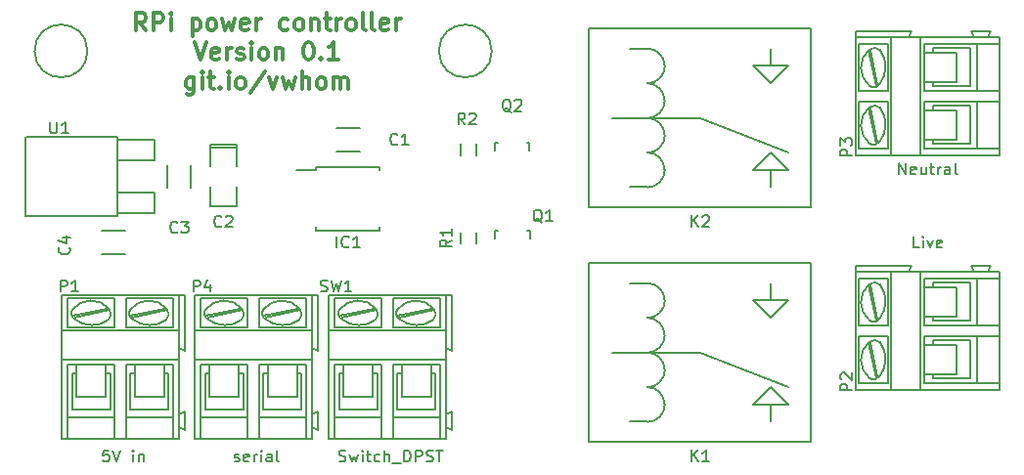
<source format=gto>
G04 #@! TF.FileFunction,Legend,Top*
%FSLAX46Y46*%
G04 Gerber Fmt 4.6, Leading zero omitted, Abs format (unit mm)*
G04 Created by KiCad (PCBNEW 4.0.2+dfsg1-stable) date Sun 08 May 2016 11:46:39 AM CEST*
%MOMM*%
G01*
G04 APERTURE LIST*
%ADD10C,0.100000*%
%ADD11C,0.300000*%
%ADD12C,0.150000*%
G04 APERTURE END LIST*
D10*
D11*
X57142856Y-42858571D02*
X57142856Y-44072857D01*
X57071427Y-44215714D01*
X56999999Y-44287143D01*
X56857142Y-44358571D01*
X56642856Y-44358571D01*
X56499999Y-44287143D01*
X57142856Y-43787143D02*
X56999999Y-43858571D01*
X56714285Y-43858571D01*
X56571427Y-43787143D01*
X56499999Y-43715714D01*
X56428570Y-43572857D01*
X56428570Y-43144286D01*
X56499999Y-43001429D01*
X56571427Y-42930000D01*
X56714285Y-42858571D01*
X56999999Y-42858571D01*
X57142856Y-42930000D01*
X57857142Y-43858571D02*
X57857142Y-42858571D01*
X57857142Y-42358571D02*
X57785713Y-42430000D01*
X57857142Y-42501429D01*
X57928570Y-42430000D01*
X57857142Y-42358571D01*
X57857142Y-42501429D01*
X58357142Y-42858571D02*
X58928571Y-42858571D01*
X58571428Y-42358571D02*
X58571428Y-43644286D01*
X58642856Y-43787143D01*
X58785714Y-43858571D01*
X58928571Y-43858571D01*
X59428571Y-43715714D02*
X59499999Y-43787143D01*
X59428571Y-43858571D01*
X59357142Y-43787143D01*
X59428571Y-43715714D01*
X59428571Y-43858571D01*
X60142857Y-43858571D02*
X60142857Y-42858571D01*
X60142857Y-42358571D02*
X60071428Y-42430000D01*
X60142857Y-42501429D01*
X60214285Y-42430000D01*
X60142857Y-42358571D01*
X60142857Y-42501429D01*
X61071429Y-43858571D02*
X60928571Y-43787143D01*
X60857143Y-43715714D01*
X60785714Y-43572857D01*
X60785714Y-43144286D01*
X60857143Y-43001429D01*
X60928571Y-42930000D01*
X61071429Y-42858571D01*
X61285714Y-42858571D01*
X61428571Y-42930000D01*
X61500000Y-43001429D01*
X61571429Y-43144286D01*
X61571429Y-43572857D01*
X61500000Y-43715714D01*
X61428571Y-43787143D01*
X61285714Y-43858571D01*
X61071429Y-43858571D01*
X63285714Y-42287143D02*
X62000000Y-44215714D01*
X63642858Y-42858571D02*
X64000001Y-43858571D01*
X64357143Y-42858571D01*
X64785715Y-42858571D02*
X65071429Y-43858571D01*
X65357143Y-43144286D01*
X65642858Y-43858571D01*
X65928572Y-42858571D01*
X66500001Y-43858571D02*
X66500001Y-42358571D01*
X67142858Y-43858571D02*
X67142858Y-43072857D01*
X67071429Y-42930000D01*
X66928572Y-42858571D01*
X66714287Y-42858571D01*
X66571429Y-42930000D01*
X66500001Y-43001429D01*
X68071430Y-43858571D02*
X67928572Y-43787143D01*
X67857144Y-43715714D01*
X67785715Y-43572857D01*
X67785715Y-43144286D01*
X67857144Y-43001429D01*
X67928572Y-42930000D01*
X68071430Y-42858571D01*
X68285715Y-42858571D01*
X68428572Y-42930000D01*
X68500001Y-43001429D01*
X68571430Y-43144286D01*
X68571430Y-43572857D01*
X68500001Y-43715714D01*
X68428572Y-43787143D01*
X68285715Y-43858571D01*
X68071430Y-43858571D01*
X69214287Y-43858571D02*
X69214287Y-42858571D01*
X69214287Y-43001429D02*
X69285715Y-42930000D01*
X69428573Y-42858571D01*
X69642858Y-42858571D01*
X69785715Y-42930000D01*
X69857144Y-43072857D01*
X69857144Y-43858571D01*
X69857144Y-43072857D02*
X69928573Y-42930000D01*
X70071430Y-42858571D01*
X70285715Y-42858571D01*
X70428573Y-42930000D01*
X70500001Y-43072857D01*
X70500001Y-43858571D01*
X57214286Y-39818571D02*
X57714286Y-41318571D01*
X58214286Y-39818571D01*
X59285714Y-41247143D02*
X59142857Y-41318571D01*
X58857143Y-41318571D01*
X58714286Y-41247143D01*
X58642857Y-41104286D01*
X58642857Y-40532857D01*
X58714286Y-40390000D01*
X58857143Y-40318571D01*
X59142857Y-40318571D01*
X59285714Y-40390000D01*
X59357143Y-40532857D01*
X59357143Y-40675714D01*
X58642857Y-40818571D01*
X60000000Y-41318571D02*
X60000000Y-40318571D01*
X60000000Y-40604286D02*
X60071428Y-40461429D01*
X60142857Y-40390000D01*
X60285714Y-40318571D01*
X60428571Y-40318571D01*
X60857142Y-41247143D02*
X60999999Y-41318571D01*
X61285714Y-41318571D01*
X61428571Y-41247143D01*
X61499999Y-41104286D01*
X61499999Y-41032857D01*
X61428571Y-40890000D01*
X61285714Y-40818571D01*
X61071428Y-40818571D01*
X60928571Y-40747143D01*
X60857142Y-40604286D01*
X60857142Y-40532857D01*
X60928571Y-40390000D01*
X61071428Y-40318571D01*
X61285714Y-40318571D01*
X61428571Y-40390000D01*
X62142857Y-41318571D02*
X62142857Y-40318571D01*
X62142857Y-39818571D02*
X62071428Y-39890000D01*
X62142857Y-39961429D01*
X62214285Y-39890000D01*
X62142857Y-39818571D01*
X62142857Y-39961429D01*
X63071429Y-41318571D02*
X62928571Y-41247143D01*
X62857143Y-41175714D01*
X62785714Y-41032857D01*
X62785714Y-40604286D01*
X62857143Y-40461429D01*
X62928571Y-40390000D01*
X63071429Y-40318571D01*
X63285714Y-40318571D01*
X63428571Y-40390000D01*
X63500000Y-40461429D01*
X63571429Y-40604286D01*
X63571429Y-41032857D01*
X63500000Y-41175714D01*
X63428571Y-41247143D01*
X63285714Y-41318571D01*
X63071429Y-41318571D01*
X64214286Y-40318571D02*
X64214286Y-41318571D01*
X64214286Y-40461429D02*
X64285714Y-40390000D01*
X64428572Y-40318571D01*
X64642857Y-40318571D01*
X64785714Y-40390000D01*
X64857143Y-40532857D01*
X64857143Y-41318571D01*
X67000000Y-39818571D02*
X67142857Y-39818571D01*
X67285714Y-39890000D01*
X67357143Y-39961429D01*
X67428572Y-40104286D01*
X67500000Y-40390000D01*
X67500000Y-40747143D01*
X67428572Y-41032857D01*
X67357143Y-41175714D01*
X67285714Y-41247143D01*
X67142857Y-41318571D01*
X67000000Y-41318571D01*
X66857143Y-41247143D01*
X66785714Y-41175714D01*
X66714286Y-41032857D01*
X66642857Y-40747143D01*
X66642857Y-40390000D01*
X66714286Y-40104286D01*
X66785714Y-39961429D01*
X66857143Y-39890000D01*
X67000000Y-39818571D01*
X68142857Y-41175714D02*
X68214285Y-41247143D01*
X68142857Y-41318571D01*
X68071428Y-41247143D01*
X68142857Y-41175714D01*
X68142857Y-41318571D01*
X69642857Y-41318571D02*
X68785714Y-41318571D01*
X69214286Y-41318571D02*
X69214286Y-39818571D01*
X69071429Y-40032857D01*
X68928571Y-40175714D01*
X68785714Y-40247143D01*
X53000001Y-38778571D02*
X52500001Y-38064286D01*
X52142858Y-38778571D02*
X52142858Y-37278571D01*
X52714286Y-37278571D01*
X52857144Y-37350000D01*
X52928572Y-37421429D01*
X53000001Y-37564286D01*
X53000001Y-37778571D01*
X52928572Y-37921429D01*
X52857144Y-37992857D01*
X52714286Y-38064286D01*
X52142858Y-38064286D01*
X53642858Y-38778571D02*
X53642858Y-37278571D01*
X54214286Y-37278571D01*
X54357144Y-37350000D01*
X54428572Y-37421429D01*
X54500001Y-37564286D01*
X54500001Y-37778571D01*
X54428572Y-37921429D01*
X54357144Y-37992857D01*
X54214286Y-38064286D01*
X53642858Y-38064286D01*
X55142858Y-38778571D02*
X55142858Y-37778571D01*
X55142858Y-37278571D02*
X55071429Y-37350000D01*
X55142858Y-37421429D01*
X55214286Y-37350000D01*
X55142858Y-37278571D01*
X55142858Y-37421429D01*
X57000001Y-37778571D02*
X57000001Y-39278571D01*
X57000001Y-37850000D02*
X57142858Y-37778571D01*
X57428572Y-37778571D01*
X57571429Y-37850000D01*
X57642858Y-37921429D01*
X57714287Y-38064286D01*
X57714287Y-38492857D01*
X57642858Y-38635714D01*
X57571429Y-38707143D01*
X57428572Y-38778571D01*
X57142858Y-38778571D01*
X57000001Y-38707143D01*
X58571430Y-38778571D02*
X58428572Y-38707143D01*
X58357144Y-38635714D01*
X58285715Y-38492857D01*
X58285715Y-38064286D01*
X58357144Y-37921429D01*
X58428572Y-37850000D01*
X58571430Y-37778571D01*
X58785715Y-37778571D01*
X58928572Y-37850000D01*
X59000001Y-37921429D01*
X59071430Y-38064286D01*
X59071430Y-38492857D01*
X59000001Y-38635714D01*
X58928572Y-38707143D01*
X58785715Y-38778571D01*
X58571430Y-38778571D01*
X59571430Y-37778571D02*
X59857144Y-38778571D01*
X60142858Y-38064286D01*
X60428573Y-38778571D01*
X60714287Y-37778571D01*
X61857144Y-38707143D02*
X61714287Y-38778571D01*
X61428573Y-38778571D01*
X61285716Y-38707143D01*
X61214287Y-38564286D01*
X61214287Y-37992857D01*
X61285716Y-37850000D01*
X61428573Y-37778571D01*
X61714287Y-37778571D01*
X61857144Y-37850000D01*
X61928573Y-37992857D01*
X61928573Y-38135714D01*
X61214287Y-38278571D01*
X62571430Y-38778571D02*
X62571430Y-37778571D01*
X62571430Y-38064286D02*
X62642858Y-37921429D01*
X62714287Y-37850000D01*
X62857144Y-37778571D01*
X63000001Y-37778571D01*
X65285715Y-38707143D02*
X65142858Y-38778571D01*
X64857144Y-38778571D01*
X64714286Y-38707143D01*
X64642858Y-38635714D01*
X64571429Y-38492857D01*
X64571429Y-38064286D01*
X64642858Y-37921429D01*
X64714286Y-37850000D01*
X64857144Y-37778571D01*
X65142858Y-37778571D01*
X65285715Y-37850000D01*
X66142858Y-38778571D02*
X66000000Y-38707143D01*
X65928572Y-38635714D01*
X65857143Y-38492857D01*
X65857143Y-38064286D01*
X65928572Y-37921429D01*
X66000000Y-37850000D01*
X66142858Y-37778571D01*
X66357143Y-37778571D01*
X66500000Y-37850000D01*
X66571429Y-37921429D01*
X66642858Y-38064286D01*
X66642858Y-38492857D01*
X66571429Y-38635714D01*
X66500000Y-38707143D01*
X66357143Y-38778571D01*
X66142858Y-38778571D01*
X67285715Y-37778571D02*
X67285715Y-38778571D01*
X67285715Y-37921429D02*
X67357143Y-37850000D01*
X67500001Y-37778571D01*
X67714286Y-37778571D01*
X67857143Y-37850000D01*
X67928572Y-37992857D01*
X67928572Y-38778571D01*
X68428572Y-37778571D02*
X69000001Y-37778571D01*
X68642858Y-37278571D02*
X68642858Y-38564286D01*
X68714286Y-38707143D01*
X68857144Y-38778571D01*
X69000001Y-38778571D01*
X69500001Y-38778571D02*
X69500001Y-37778571D01*
X69500001Y-38064286D02*
X69571429Y-37921429D01*
X69642858Y-37850000D01*
X69785715Y-37778571D01*
X69928572Y-37778571D01*
X70642858Y-38778571D02*
X70500000Y-38707143D01*
X70428572Y-38635714D01*
X70357143Y-38492857D01*
X70357143Y-38064286D01*
X70428572Y-37921429D01*
X70500000Y-37850000D01*
X70642858Y-37778571D01*
X70857143Y-37778571D01*
X71000000Y-37850000D01*
X71071429Y-37921429D01*
X71142858Y-38064286D01*
X71142858Y-38492857D01*
X71071429Y-38635714D01*
X71000000Y-38707143D01*
X70857143Y-38778571D01*
X70642858Y-38778571D01*
X72000001Y-38778571D02*
X71857143Y-38707143D01*
X71785715Y-38564286D01*
X71785715Y-37278571D01*
X72785715Y-38778571D02*
X72642857Y-38707143D01*
X72571429Y-38564286D01*
X72571429Y-37278571D01*
X73928571Y-38707143D02*
X73785714Y-38778571D01*
X73500000Y-38778571D01*
X73357143Y-38707143D01*
X73285714Y-38564286D01*
X73285714Y-37992857D01*
X73357143Y-37850000D01*
X73500000Y-37778571D01*
X73785714Y-37778571D01*
X73928571Y-37850000D01*
X74000000Y-37992857D01*
X74000000Y-38135714D01*
X73285714Y-38278571D01*
X74642857Y-38778571D02*
X74642857Y-37778571D01*
X74642857Y-38064286D02*
X74714285Y-37921429D01*
X74785714Y-37850000D01*
X74928571Y-37778571D01*
X75071428Y-37778571D01*
D12*
X82926000Y-40560000D02*
G75*
G03X82926000Y-40560000I-2286000J0D01*
G01*
X108590000Y-49355000D02*
X100965000Y-46355000D01*
X100965000Y-46355000D02*
X93340000Y-46355000D01*
X107065000Y-40355000D02*
X107065000Y-41855000D01*
X107065000Y-41855000D02*
X108590000Y-41855000D01*
X108590000Y-41855000D02*
X107065000Y-43355000D01*
X107065000Y-43355000D02*
X105540000Y-41855000D01*
X105540000Y-41855000D02*
X107065000Y-41855000D01*
X107065000Y-52355000D02*
X107065000Y-50855000D01*
X107065000Y-50855000D02*
X108590000Y-50855000D01*
X108590000Y-50855000D02*
X107065000Y-49355000D01*
X107065000Y-49355000D02*
X105540000Y-50855000D01*
X105540000Y-50855000D02*
X107065000Y-50855000D01*
X96390000Y-52380000D02*
G75*
G03X97915000Y-50855000I0J1525000D01*
G01*
X97890000Y-50855000D02*
G75*
G03X96390000Y-49355000I-1500000J0D01*
G01*
X96390000Y-49380000D02*
G75*
G03X97915000Y-47855000I0J1525000D01*
G01*
X97890000Y-47855000D02*
G75*
G03X96390000Y-46355000I-1500000J0D01*
G01*
X96390000Y-46380000D02*
G75*
G03X97915000Y-44855000I0J1525000D01*
G01*
X97890000Y-44855000D02*
G75*
G03X96390000Y-43355000I-1500000J0D01*
G01*
X96390000Y-43380000D02*
G75*
G03X97915000Y-41855000I0J1525000D01*
G01*
X97890000Y-41855000D02*
G75*
G03X96390000Y-40355000I-1500000J0D01*
G01*
X94865000Y-40355000D02*
X96390000Y-40355000D01*
X94865000Y-52355000D02*
X96390000Y-52355000D01*
X110565000Y-54105000D02*
X91365000Y-54105000D01*
X91365000Y-54105000D02*
X91365000Y-38605000D01*
X91365000Y-38605000D02*
X110565000Y-38605000D01*
X110565000Y-38605000D02*
X110565000Y-54105000D01*
X108590000Y-69675000D02*
X100965000Y-66675000D01*
X100965000Y-66675000D02*
X93340000Y-66675000D01*
X107065000Y-60675000D02*
X107065000Y-62175000D01*
X107065000Y-62175000D02*
X108590000Y-62175000D01*
X108590000Y-62175000D02*
X107065000Y-63675000D01*
X107065000Y-63675000D02*
X105540000Y-62175000D01*
X105540000Y-62175000D02*
X107065000Y-62175000D01*
X107065000Y-72675000D02*
X107065000Y-71175000D01*
X107065000Y-71175000D02*
X108590000Y-71175000D01*
X108590000Y-71175000D02*
X107065000Y-69675000D01*
X107065000Y-69675000D02*
X105540000Y-71175000D01*
X105540000Y-71175000D02*
X107065000Y-71175000D01*
X96390000Y-72700000D02*
G75*
G03X97915000Y-71175000I0J1525000D01*
G01*
X97890000Y-71175000D02*
G75*
G03X96390000Y-69675000I-1500000J0D01*
G01*
X96390000Y-69700000D02*
G75*
G03X97915000Y-68175000I0J1525000D01*
G01*
X97890000Y-68175000D02*
G75*
G03X96390000Y-66675000I-1500000J0D01*
G01*
X96390000Y-66700000D02*
G75*
G03X97915000Y-65175000I0J1525000D01*
G01*
X97890000Y-65175000D02*
G75*
G03X96390000Y-63675000I-1500000J0D01*
G01*
X96390000Y-63700000D02*
G75*
G03X97915000Y-62175000I0J1525000D01*
G01*
X97890000Y-62175000D02*
G75*
G03X96390000Y-60675000I-1500000J0D01*
G01*
X94865000Y-60675000D02*
X96390000Y-60675000D01*
X94865000Y-72675000D02*
X96390000Y-72675000D01*
X110565000Y-74425000D02*
X91365000Y-74425000D01*
X91365000Y-74425000D02*
X91365000Y-58925000D01*
X91365000Y-58925000D02*
X110565000Y-58925000D01*
X110565000Y-58925000D02*
X110565000Y-74425000D01*
X69485000Y-49285000D02*
X71485000Y-49285000D01*
X71485000Y-47235000D02*
X69485000Y-47235000D01*
X60833000Y-48895000D02*
X60833000Y-48641000D01*
X60833000Y-48641000D02*
X58547000Y-48641000D01*
X58547000Y-48641000D02*
X58547000Y-48895000D01*
X60833000Y-48895000D02*
X58547000Y-48895000D01*
X58547000Y-48895000D02*
X58547000Y-50546000D01*
X60833000Y-52324000D02*
X60833000Y-53975000D01*
X60833000Y-53975000D02*
X58547000Y-53975000D01*
X58547000Y-53975000D02*
X58547000Y-52324000D01*
X60833000Y-50546000D02*
X60833000Y-48895000D01*
X56905000Y-52435000D02*
X56905000Y-50435000D01*
X54855000Y-50435000D02*
X54855000Y-52435000D01*
X51165000Y-56125000D02*
X49165000Y-56125000D01*
X49165000Y-58175000D02*
X51165000Y-58175000D01*
X67735000Y-50585000D02*
X67735000Y-50885000D01*
X73235000Y-50585000D02*
X73235000Y-50885000D01*
X73235000Y-56095000D02*
X73235000Y-55795000D01*
X67735000Y-56095000D02*
X67735000Y-55795000D01*
X67735000Y-50585000D02*
X73235000Y-50585000D01*
X67735000Y-56095000D02*
X73235000Y-56095000D01*
X67735000Y-50885000D02*
X65985000Y-50885000D01*
X47000400Y-70485000D02*
X49540400Y-70485000D01*
X49540400Y-70485000D02*
X49540400Y-67691000D01*
X47000400Y-67691000D02*
X49540400Y-67691000D01*
X47000400Y-70485000D02*
X47000400Y-67691000D01*
X52004200Y-70485000D02*
X54544200Y-70485000D01*
X54544200Y-70485000D02*
X54544200Y-67691000D01*
X52004200Y-67691000D02*
X54544200Y-67691000D01*
X52004200Y-70485000D02*
X52004200Y-67691000D01*
X55865000Y-61722000D02*
X55865000Y-64770000D01*
X55865000Y-61722000D02*
X45680000Y-61722000D01*
X55865000Y-61722000D02*
X56373000Y-61722000D01*
X56373000Y-61722000D02*
X56373000Y-66548000D01*
X56373000Y-66548000D02*
X55865000Y-66294000D01*
X56373000Y-73406000D02*
X55865000Y-73152000D01*
X55865000Y-73152000D02*
X55865000Y-74168000D01*
X56373000Y-71755000D02*
X55865000Y-72009000D01*
X55865000Y-72009000D02*
X55865000Y-73152000D01*
X56373000Y-71755000D02*
X56373000Y-73406000D01*
X51242200Y-74168000D02*
X51242200Y-72263000D01*
X55306200Y-67691000D02*
X55306200Y-72263000D01*
X51242200Y-74168000D02*
X55306200Y-74168000D01*
X55306200Y-74168000D02*
X55865000Y-74168000D01*
X50302400Y-74168000D02*
X50302400Y-72263000D01*
X50302400Y-74168000D02*
X51242200Y-74168000D01*
X46238400Y-67691000D02*
X46238400Y-72263000D01*
X45680000Y-74168000D02*
X46238400Y-74168000D01*
X46238400Y-74168000D02*
X50302400Y-74168000D01*
X51242200Y-72263000D02*
X55306200Y-72263000D01*
X51242200Y-72263000D02*
X51242200Y-67691000D01*
X55306200Y-72263000D02*
X55306200Y-74168000D01*
X50302400Y-72263000D02*
X46238400Y-72263000D01*
X50302400Y-72263000D02*
X50302400Y-67691000D01*
X46238400Y-72263000D02*
X46238400Y-74168000D01*
X54925200Y-71628000D02*
X54925200Y-68453000D01*
X54925200Y-71628000D02*
X51623200Y-71628000D01*
X51623200Y-71628000D02*
X51623200Y-68453000D01*
X49921400Y-71628000D02*
X49921400Y-68453000D01*
X49921400Y-71628000D02*
X46619400Y-71628000D01*
X46619400Y-71628000D02*
X46619400Y-68453000D01*
X46619400Y-68453000D02*
X47000400Y-68453000D01*
X49921400Y-68453000D02*
X49540400Y-68453000D01*
X51623200Y-68453000D02*
X52004200Y-68453000D01*
X54925200Y-68453000D02*
X54544200Y-68453000D01*
X45680000Y-74168000D02*
X45680000Y-67310000D01*
X45680000Y-67310000D02*
X45680000Y-64770000D01*
X55865000Y-66294000D02*
X55865000Y-67310000D01*
X55865000Y-67310000D02*
X55865000Y-72009000D01*
X45680000Y-64770000D02*
X55865000Y-64770000D01*
X45680000Y-64770000D02*
X45680000Y-61722000D01*
X55865000Y-64770000D02*
X55865000Y-66294000D01*
X51242200Y-64516000D02*
X51242200Y-61976000D01*
X51242200Y-61976000D02*
X55306200Y-61976000D01*
X55306200Y-61976000D02*
X55306200Y-64516000D01*
X55306200Y-64516000D02*
X51242200Y-64516000D01*
X50302400Y-64516000D02*
X50302400Y-61976000D01*
X50302400Y-64516000D02*
X46238400Y-64516000D01*
X46238400Y-64516000D02*
X46238400Y-61976000D01*
X50302400Y-61976000D02*
X46238400Y-61976000D01*
X51648600Y-63500000D02*
X54696600Y-62865000D01*
X51775600Y-63627000D02*
X54823600Y-62992000D01*
X46644800Y-63500000D02*
X49695340Y-62865000D01*
X46771800Y-63627000D02*
X49819800Y-62992000D01*
X46238400Y-67691000D02*
X46619400Y-67691000D01*
X50302400Y-67691000D02*
X49921400Y-67691000D01*
X49921400Y-67691000D02*
X46619400Y-67691000D01*
X45680000Y-67310000D02*
X46619400Y-67310000D01*
X46619400Y-67310000D02*
X49921400Y-67310000D01*
X49921400Y-67310000D02*
X51623200Y-67310000D01*
X55865000Y-67310000D02*
X54925200Y-67310000D01*
X54925200Y-67310000D02*
X51623200Y-67310000D01*
X55306200Y-67691000D02*
X54925200Y-67691000D01*
X51242200Y-67691000D02*
X51623200Y-67691000D01*
X51623200Y-67691000D02*
X54925200Y-67691000D01*
X54742972Y-63859570D02*
G75*
G03X54795660Y-62892940I-452772J509430D01*
G01*
X51800272Y-63779896D02*
G75*
G03X54788040Y-63827660I1524728J1905496D01*
G01*
X54799411Y-62888156D02*
G75*
G03X51648600Y-62941200I-1553151J-1348444D01*
G01*
X51699903Y-62891519D02*
G75*
G03X51841640Y-63817500I431297J-407821D01*
G01*
X49739149Y-63862110D02*
G75*
G03X49794400Y-62892940I-452749J511970D01*
G01*
X46799012Y-63779896D02*
G75*
G03X49786780Y-63827660I1524728J1905496D01*
G01*
X49801573Y-62883153D02*
G75*
G03X46644800Y-62941200I-1554033J-1353447D01*
G01*
X46695480Y-62893981D02*
G75*
G03X46840380Y-63817500I431920J-405359D01*
G01*
X123190000Y-68569600D02*
X123190000Y-66029600D01*
X123190000Y-66029600D02*
X120396000Y-66029600D01*
X120396000Y-68569600D02*
X120396000Y-66029600D01*
X123190000Y-68569600D02*
X120396000Y-68569600D01*
X123190000Y-63565800D02*
X123190000Y-61025800D01*
X123190000Y-61025800D02*
X120396000Y-61025800D01*
X120396000Y-63565800D02*
X120396000Y-61025800D01*
X123190000Y-63565800D02*
X120396000Y-63565800D01*
X114427000Y-59705000D02*
X117475000Y-59705000D01*
X114427000Y-59705000D02*
X114427000Y-69890000D01*
X114427000Y-59705000D02*
X114427000Y-59197000D01*
X114427000Y-59197000D02*
X119253000Y-59197000D01*
X119253000Y-59197000D02*
X118999000Y-59705000D01*
X126111000Y-59197000D02*
X125857000Y-59705000D01*
X125857000Y-59705000D02*
X126873000Y-59705000D01*
X124460000Y-59197000D02*
X124714000Y-59705000D01*
X124714000Y-59705000D02*
X125857000Y-59705000D01*
X124460000Y-59197000D02*
X126111000Y-59197000D01*
X126873000Y-64327800D02*
X124968000Y-64327800D01*
X120396000Y-60263800D02*
X124968000Y-60263800D01*
X126873000Y-64327800D02*
X126873000Y-60263800D01*
X126873000Y-60263800D02*
X126873000Y-59705000D01*
X126873000Y-65267600D02*
X124968000Y-65267600D01*
X126873000Y-65267600D02*
X126873000Y-64327800D01*
X120396000Y-69331600D02*
X124968000Y-69331600D01*
X126873000Y-69890000D02*
X126873000Y-69331600D01*
X126873000Y-69331600D02*
X126873000Y-65267600D01*
X124968000Y-64327800D02*
X124968000Y-60263800D01*
X124968000Y-64327800D02*
X120396000Y-64327800D01*
X124968000Y-60263800D02*
X126873000Y-60263800D01*
X124968000Y-65267600D02*
X124968000Y-69331600D01*
X124968000Y-65267600D02*
X120396000Y-65267600D01*
X124968000Y-69331600D02*
X126873000Y-69331600D01*
X124333000Y-60644800D02*
X121158000Y-60644800D01*
X124333000Y-60644800D02*
X124333000Y-63946800D01*
X124333000Y-63946800D02*
X121158000Y-63946800D01*
X124333000Y-65648600D02*
X121158000Y-65648600D01*
X124333000Y-65648600D02*
X124333000Y-68950600D01*
X124333000Y-68950600D02*
X121158000Y-68950600D01*
X121158000Y-68950600D02*
X121158000Y-68569600D01*
X121158000Y-65648600D02*
X121158000Y-66029600D01*
X121158000Y-63946800D02*
X121158000Y-63565800D01*
X121158000Y-60644800D02*
X121158000Y-61025800D01*
X126873000Y-69890000D02*
X120015000Y-69890000D01*
X120015000Y-69890000D02*
X117475000Y-69890000D01*
X118999000Y-59705000D02*
X120015000Y-59705000D01*
X120015000Y-59705000D02*
X124714000Y-59705000D01*
X117475000Y-69890000D02*
X117475000Y-59705000D01*
X117475000Y-69890000D02*
X114427000Y-69890000D01*
X117475000Y-59705000D02*
X118999000Y-59705000D01*
X117221000Y-64327800D02*
X114681000Y-64327800D01*
X114681000Y-64327800D02*
X114681000Y-60263800D01*
X114681000Y-60263800D02*
X117221000Y-60263800D01*
X117221000Y-60263800D02*
X117221000Y-64327800D01*
X117221000Y-65267600D02*
X114681000Y-65267600D01*
X117221000Y-65267600D02*
X117221000Y-69331600D01*
X117221000Y-69331600D02*
X114681000Y-69331600D01*
X114681000Y-65267600D02*
X114681000Y-69331600D01*
X116205000Y-63921400D02*
X115570000Y-60873400D01*
X116332000Y-63794400D02*
X115697000Y-60746400D01*
X116205000Y-68925200D02*
X115570000Y-65874660D01*
X116332000Y-68798200D02*
X115697000Y-65750200D01*
X120396000Y-69331600D02*
X120396000Y-68950600D01*
X120396000Y-65267600D02*
X120396000Y-65648600D01*
X120396000Y-65648600D02*
X120396000Y-68950600D01*
X120015000Y-69890000D02*
X120015000Y-68950600D01*
X120015000Y-68950600D02*
X120015000Y-65648600D01*
X120015000Y-65648600D02*
X120015000Y-63946800D01*
X120015000Y-59705000D02*
X120015000Y-60644800D01*
X120015000Y-60644800D02*
X120015000Y-63946800D01*
X120396000Y-60263800D02*
X120396000Y-60644800D01*
X120396000Y-64327800D02*
X120396000Y-63946800D01*
X120396000Y-63946800D02*
X120396000Y-60644800D01*
X116564570Y-60827028D02*
G75*
G03X115597940Y-60774340I-509430J-452772D01*
G01*
X116484896Y-63769728D02*
G75*
G03X116532660Y-60781960I-1905496J1524728D01*
G01*
X115593156Y-60770589D02*
G75*
G03X115646200Y-63921400I1348444J-1553151D01*
G01*
X115596519Y-63870097D02*
G75*
G03X116522500Y-63728360I407821J431297D01*
G01*
X116567110Y-65830851D02*
G75*
G03X115597940Y-65775600I-511970J-452749D01*
G01*
X116484896Y-68770988D02*
G75*
G03X116532660Y-65783220I-1905496J1524728D01*
G01*
X115588153Y-65768427D02*
G75*
G03X115646200Y-68925200I1353447J-1554033D01*
G01*
X115598981Y-68874520D02*
G75*
G03X116522500Y-68729620I405359J431920D01*
G01*
X123190000Y-48249600D02*
X123190000Y-45709600D01*
X123190000Y-45709600D02*
X120396000Y-45709600D01*
X120396000Y-48249600D02*
X120396000Y-45709600D01*
X123190000Y-48249600D02*
X120396000Y-48249600D01*
X123190000Y-43245800D02*
X123190000Y-40705800D01*
X123190000Y-40705800D02*
X120396000Y-40705800D01*
X120396000Y-43245800D02*
X120396000Y-40705800D01*
X123190000Y-43245800D02*
X120396000Y-43245800D01*
X114427000Y-39385000D02*
X117475000Y-39385000D01*
X114427000Y-39385000D02*
X114427000Y-49570000D01*
X114427000Y-39385000D02*
X114427000Y-38877000D01*
X114427000Y-38877000D02*
X119253000Y-38877000D01*
X119253000Y-38877000D02*
X118999000Y-39385000D01*
X126111000Y-38877000D02*
X125857000Y-39385000D01*
X125857000Y-39385000D02*
X126873000Y-39385000D01*
X124460000Y-38877000D02*
X124714000Y-39385000D01*
X124714000Y-39385000D02*
X125857000Y-39385000D01*
X124460000Y-38877000D02*
X126111000Y-38877000D01*
X126873000Y-44007800D02*
X124968000Y-44007800D01*
X120396000Y-39943800D02*
X124968000Y-39943800D01*
X126873000Y-44007800D02*
X126873000Y-39943800D01*
X126873000Y-39943800D02*
X126873000Y-39385000D01*
X126873000Y-44947600D02*
X124968000Y-44947600D01*
X126873000Y-44947600D02*
X126873000Y-44007800D01*
X120396000Y-49011600D02*
X124968000Y-49011600D01*
X126873000Y-49570000D02*
X126873000Y-49011600D01*
X126873000Y-49011600D02*
X126873000Y-44947600D01*
X124968000Y-44007800D02*
X124968000Y-39943800D01*
X124968000Y-44007800D02*
X120396000Y-44007800D01*
X124968000Y-39943800D02*
X126873000Y-39943800D01*
X124968000Y-44947600D02*
X124968000Y-49011600D01*
X124968000Y-44947600D02*
X120396000Y-44947600D01*
X124968000Y-49011600D02*
X126873000Y-49011600D01*
X124333000Y-40324800D02*
X121158000Y-40324800D01*
X124333000Y-40324800D02*
X124333000Y-43626800D01*
X124333000Y-43626800D02*
X121158000Y-43626800D01*
X124333000Y-45328600D02*
X121158000Y-45328600D01*
X124333000Y-45328600D02*
X124333000Y-48630600D01*
X124333000Y-48630600D02*
X121158000Y-48630600D01*
X121158000Y-48630600D02*
X121158000Y-48249600D01*
X121158000Y-45328600D02*
X121158000Y-45709600D01*
X121158000Y-43626800D02*
X121158000Y-43245800D01*
X121158000Y-40324800D02*
X121158000Y-40705800D01*
X126873000Y-49570000D02*
X120015000Y-49570000D01*
X120015000Y-49570000D02*
X117475000Y-49570000D01*
X118999000Y-39385000D02*
X120015000Y-39385000D01*
X120015000Y-39385000D02*
X124714000Y-39385000D01*
X117475000Y-49570000D02*
X117475000Y-39385000D01*
X117475000Y-49570000D02*
X114427000Y-49570000D01*
X117475000Y-39385000D02*
X118999000Y-39385000D01*
X117221000Y-44007800D02*
X114681000Y-44007800D01*
X114681000Y-44007800D02*
X114681000Y-39943800D01*
X114681000Y-39943800D02*
X117221000Y-39943800D01*
X117221000Y-39943800D02*
X117221000Y-44007800D01*
X117221000Y-44947600D02*
X114681000Y-44947600D01*
X117221000Y-44947600D02*
X117221000Y-49011600D01*
X117221000Y-49011600D02*
X114681000Y-49011600D01*
X114681000Y-44947600D02*
X114681000Y-49011600D01*
X116205000Y-43601400D02*
X115570000Y-40553400D01*
X116332000Y-43474400D02*
X115697000Y-40426400D01*
X116205000Y-48605200D02*
X115570000Y-45554660D01*
X116332000Y-48478200D02*
X115697000Y-45430200D01*
X120396000Y-49011600D02*
X120396000Y-48630600D01*
X120396000Y-44947600D02*
X120396000Y-45328600D01*
X120396000Y-45328600D02*
X120396000Y-48630600D01*
X120015000Y-49570000D02*
X120015000Y-48630600D01*
X120015000Y-48630600D02*
X120015000Y-45328600D01*
X120015000Y-45328600D02*
X120015000Y-43626800D01*
X120015000Y-39385000D02*
X120015000Y-40324800D01*
X120015000Y-40324800D02*
X120015000Y-43626800D01*
X120396000Y-39943800D02*
X120396000Y-40324800D01*
X120396000Y-44007800D02*
X120396000Y-43626800D01*
X120396000Y-43626800D02*
X120396000Y-40324800D01*
X116564570Y-40507028D02*
G75*
G03X115597940Y-40454340I-509430J-452772D01*
G01*
X116484896Y-43449728D02*
G75*
G03X116532660Y-40461960I-1905496J1524728D01*
G01*
X115593156Y-40450589D02*
G75*
G03X115646200Y-43601400I1348444J-1553151D01*
G01*
X115596519Y-43550097D02*
G75*
G03X116522500Y-43408360I407821J431297D01*
G01*
X116567110Y-45510851D02*
G75*
G03X115597940Y-45455600I-511970J-452749D01*
G01*
X116484896Y-48450988D02*
G75*
G03X116532660Y-45463220I-1905496J1524728D01*
G01*
X115588153Y-45448427D02*
G75*
G03X115646200Y-48605200I1353447J-1554033D01*
G01*
X115598981Y-48554520D02*
G75*
G03X116522500Y-48409620I405359J431920D01*
G01*
X58510400Y-70485000D02*
X61050400Y-70485000D01*
X61050400Y-70485000D02*
X61050400Y-67691000D01*
X58510400Y-67691000D02*
X61050400Y-67691000D01*
X58510400Y-70485000D02*
X58510400Y-67691000D01*
X63514200Y-70485000D02*
X66054200Y-70485000D01*
X66054200Y-70485000D02*
X66054200Y-67691000D01*
X63514200Y-67691000D02*
X66054200Y-67691000D01*
X63514200Y-70485000D02*
X63514200Y-67691000D01*
X67375000Y-61722000D02*
X67375000Y-64770000D01*
X67375000Y-61722000D02*
X57190000Y-61722000D01*
X67375000Y-61722000D02*
X67883000Y-61722000D01*
X67883000Y-61722000D02*
X67883000Y-66548000D01*
X67883000Y-66548000D02*
X67375000Y-66294000D01*
X67883000Y-73406000D02*
X67375000Y-73152000D01*
X67375000Y-73152000D02*
X67375000Y-74168000D01*
X67883000Y-71755000D02*
X67375000Y-72009000D01*
X67375000Y-72009000D02*
X67375000Y-73152000D01*
X67883000Y-71755000D02*
X67883000Y-73406000D01*
X62752200Y-74168000D02*
X62752200Y-72263000D01*
X66816200Y-67691000D02*
X66816200Y-72263000D01*
X62752200Y-74168000D02*
X66816200Y-74168000D01*
X66816200Y-74168000D02*
X67375000Y-74168000D01*
X61812400Y-74168000D02*
X61812400Y-72263000D01*
X61812400Y-74168000D02*
X62752200Y-74168000D01*
X57748400Y-67691000D02*
X57748400Y-72263000D01*
X57190000Y-74168000D02*
X57748400Y-74168000D01*
X57748400Y-74168000D02*
X61812400Y-74168000D01*
X62752200Y-72263000D02*
X66816200Y-72263000D01*
X62752200Y-72263000D02*
X62752200Y-67691000D01*
X66816200Y-72263000D02*
X66816200Y-74168000D01*
X61812400Y-72263000D02*
X57748400Y-72263000D01*
X61812400Y-72263000D02*
X61812400Y-67691000D01*
X57748400Y-72263000D02*
X57748400Y-74168000D01*
X66435200Y-71628000D02*
X66435200Y-68453000D01*
X66435200Y-71628000D02*
X63133200Y-71628000D01*
X63133200Y-71628000D02*
X63133200Y-68453000D01*
X61431400Y-71628000D02*
X61431400Y-68453000D01*
X61431400Y-71628000D02*
X58129400Y-71628000D01*
X58129400Y-71628000D02*
X58129400Y-68453000D01*
X58129400Y-68453000D02*
X58510400Y-68453000D01*
X61431400Y-68453000D02*
X61050400Y-68453000D01*
X63133200Y-68453000D02*
X63514200Y-68453000D01*
X66435200Y-68453000D02*
X66054200Y-68453000D01*
X57190000Y-74168000D02*
X57190000Y-67310000D01*
X57190000Y-67310000D02*
X57190000Y-64770000D01*
X67375000Y-66294000D02*
X67375000Y-67310000D01*
X67375000Y-67310000D02*
X67375000Y-72009000D01*
X57190000Y-64770000D02*
X67375000Y-64770000D01*
X57190000Y-64770000D02*
X57190000Y-61722000D01*
X67375000Y-64770000D02*
X67375000Y-66294000D01*
X62752200Y-64516000D02*
X62752200Y-61976000D01*
X62752200Y-61976000D02*
X66816200Y-61976000D01*
X66816200Y-61976000D02*
X66816200Y-64516000D01*
X66816200Y-64516000D02*
X62752200Y-64516000D01*
X61812400Y-64516000D02*
X61812400Y-61976000D01*
X61812400Y-64516000D02*
X57748400Y-64516000D01*
X57748400Y-64516000D02*
X57748400Y-61976000D01*
X61812400Y-61976000D02*
X57748400Y-61976000D01*
X63158600Y-63500000D02*
X66206600Y-62865000D01*
X63285600Y-63627000D02*
X66333600Y-62992000D01*
X58154800Y-63500000D02*
X61205340Y-62865000D01*
X58281800Y-63627000D02*
X61329800Y-62992000D01*
X57748400Y-67691000D02*
X58129400Y-67691000D01*
X61812400Y-67691000D02*
X61431400Y-67691000D01*
X61431400Y-67691000D02*
X58129400Y-67691000D01*
X57190000Y-67310000D02*
X58129400Y-67310000D01*
X58129400Y-67310000D02*
X61431400Y-67310000D01*
X61431400Y-67310000D02*
X63133200Y-67310000D01*
X67375000Y-67310000D02*
X66435200Y-67310000D01*
X66435200Y-67310000D02*
X63133200Y-67310000D01*
X66816200Y-67691000D02*
X66435200Y-67691000D01*
X62752200Y-67691000D02*
X63133200Y-67691000D01*
X63133200Y-67691000D02*
X66435200Y-67691000D01*
X66252972Y-63859570D02*
G75*
G03X66305660Y-62892940I-452772J509430D01*
G01*
X63310272Y-63779896D02*
G75*
G03X66298040Y-63827660I1524728J1905496D01*
G01*
X66309411Y-62888156D02*
G75*
G03X63158600Y-62941200I-1553151J-1348444D01*
G01*
X63209903Y-62891519D02*
G75*
G03X63351640Y-63817500I431297J-407821D01*
G01*
X61249149Y-63862110D02*
G75*
G03X61304400Y-62892940I-452749J511970D01*
G01*
X58309012Y-63779896D02*
G75*
G03X61296780Y-63827660I1524728J1905496D01*
G01*
X61311573Y-62883153D02*
G75*
G03X58154800Y-62941200I-1554033J-1353447D01*
G01*
X58205480Y-62893981D02*
G75*
G03X58350380Y-63817500I431920J-405359D01*
G01*
X83209180Y-56819800D02*
X83209180Y-56118760D01*
X83209180Y-56118760D02*
X83458100Y-56118760D01*
X86008160Y-56118760D02*
X86208820Y-56118760D01*
X86208820Y-56118760D02*
X86208820Y-56819800D01*
X83192796Y-49169578D02*
X83192796Y-48468538D01*
X83192796Y-48468538D02*
X83441716Y-48468538D01*
X85991776Y-48468538D02*
X86192436Y-48468538D01*
X86192436Y-48468538D02*
X86192436Y-49169578D01*
X81574000Y-56269000D02*
X81574000Y-57269000D01*
X80224000Y-57269000D02*
X80224000Y-56269000D01*
X81557616Y-48618778D02*
X81557616Y-49618778D01*
X80207616Y-49618778D02*
X80207616Y-48618778D01*
X50546000Y-50038000D02*
X53721000Y-50038000D01*
X53721000Y-50038000D02*
X53721000Y-48260000D01*
X53721000Y-48260000D02*
X50546000Y-48260000D01*
X50546000Y-54610000D02*
X53721000Y-54610000D01*
X53721000Y-54610000D02*
X53721000Y-52832000D01*
X53721000Y-52832000D02*
X50546000Y-52832000D01*
X44450000Y-48006000D02*
X50546000Y-48006000D01*
X50546000Y-48006000D02*
X50546000Y-54864000D01*
X50546000Y-54864000D02*
X42672000Y-54864000D01*
X42545000Y-54864000D02*
X42545000Y-48006000D01*
X42672000Y-48006000D02*
X44450000Y-48006000D01*
X70114400Y-70485000D02*
X72654400Y-70485000D01*
X72654400Y-70485000D02*
X72654400Y-67691000D01*
X70114400Y-67691000D02*
X72654400Y-67691000D01*
X70114400Y-70485000D02*
X70114400Y-67691000D01*
X75118200Y-70485000D02*
X77658200Y-70485000D01*
X77658200Y-70485000D02*
X77658200Y-67691000D01*
X75118200Y-67691000D02*
X77658200Y-67691000D01*
X75118200Y-70485000D02*
X75118200Y-67691000D01*
X78979000Y-61722000D02*
X78979000Y-64770000D01*
X78979000Y-61722000D02*
X68794000Y-61722000D01*
X78979000Y-61722000D02*
X79487000Y-61722000D01*
X79487000Y-61722000D02*
X79487000Y-66548000D01*
X79487000Y-66548000D02*
X78979000Y-66294000D01*
X79487000Y-73406000D02*
X78979000Y-73152000D01*
X78979000Y-73152000D02*
X78979000Y-74168000D01*
X79487000Y-71755000D02*
X78979000Y-72009000D01*
X78979000Y-72009000D02*
X78979000Y-73152000D01*
X79487000Y-71755000D02*
X79487000Y-73406000D01*
X74356200Y-74168000D02*
X74356200Y-72263000D01*
X78420200Y-67691000D02*
X78420200Y-72263000D01*
X74356200Y-74168000D02*
X78420200Y-74168000D01*
X78420200Y-74168000D02*
X78979000Y-74168000D01*
X73416400Y-74168000D02*
X73416400Y-72263000D01*
X73416400Y-74168000D02*
X74356200Y-74168000D01*
X69352400Y-67691000D02*
X69352400Y-72263000D01*
X68794000Y-74168000D02*
X69352400Y-74168000D01*
X69352400Y-74168000D02*
X73416400Y-74168000D01*
X74356200Y-72263000D02*
X78420200Y-72263000D01*
X74356200Y-72263000D02*
X74356200Y-67691000D01*
X78420200Y-72263000D02*
X78420200Y-74168000D01*
X73416400Y-72263000D02*
X69352400Y-72263000D01*
X73416400Y-72263000D02*
X73416400Y-67691000D01*
X69352400Y-72263000D02*
X69352400Y-74168000D01*
X78039200Y-71628000D02*
X78039200Y-68453000D01*
X78039200Y-71628000D02*
X74737200Y-71628000D01*
X74737200Y-71628000D02*
X74737200Y-68453000D01*
X73035400Y-71628000D02*
X73035400Y-68453000D01*
X73035400Y-71628000D02*
X69733400Y-71628000D01*
X69733400Y-71628000D02*
X69733400Y-68453000D01*
X69733400Y-68453000D02*
X70114400Y-68453000D01*
X73035400Y-68453000D02*
X72654400Y-68453000D01*
X74737200Y-68453000D02*
X75118200Y-68453000D01*
X78039200Y-68453000D02*
X77658200Y-68453000D01*
X68794000Y-74168000D02*
X68794000Y-67310000D01*
X68794000Y-67310000D02*
X68794000Y-64770000D01*
X78979000Y-66294000D02*
X78979000Y-67310000D01*
X78979000Y-67310000D02*
X78979000Y-72009000D01*
X68794000Y-64770000D02*
X78979000Y-64770000D01*
X68794000Y-64770000D02*
X68794000Y-61722000D01*
X78979000Y-64770000D02*
X78979000Y-66294000D01*
X74356200Y-64516000D02*
X74356200Y-61976000D01*
X74356200Y-61976000D02*
X78420200Y-61976000D01*
X78420200Y-61976000D02*
X78420200Y-64516000D01*
X78420200Y-64516000D02*
X74356200Y-64516000D01*
X73416400Y-64516000D02*
X73416400Y-61976000D01*
X73416400Y-64516000D02*
X69352400Y-64516000D01*
X69352400Y-64516000D02*
X69352400Y-61976000D01*
X73416400Y-61976000D02*
X69352400Y-61976000D01*
X74762600Y-63500000D02*
X77810600Y-62865000D01*
X74889600Y-63627000D02*
X77937600Y-62992000D01*
X69758800Y-63500000D02*
X72809340Y-62865000D01*
X69885800Y-63627000D02*
X72933800Y-62992000D01*
X69352400Y-67691000D02*
X69733400Y-67691000D01*
X73416400Y-67691000D02*
X73035400Y-67691000D01*
X73035400Y-67691000D02*
X69733400Y-67691000D01*
X68794000Y-67310000D02*
X69733400Y-67310000D01*
X69733400Y-67310000D02*
X73035400Y-67310000D01*
X73035400Y-67310000D02*
X74737200Y-67310000D01*
X78979000Y-67310000D02*
X78039200Y-67310000D01*
X78039200Y-67310000D02*
X74737200Y-67310000D01*
X78420200Y-67691000D02*
X78039200Y-67691000D01*
X74356200Y-67691000D02*
X74737200Y-67691000D01*
X74737200Y-67691000D02*
X78039200Y-67691000D01*
X77856972Y-63859570D02*
G75*
G03X77909660Y-62892940I-452772J509430D01*
G01*
X74914272Y-63779896D02*
G75*
G03X77902040Y-63827660I1524728J1905496D01*
G01*
X77913411Y-62888156D02*
G75*
G03X74762600Y-62941200I-1553151J-1348444D01*
G01*
X74813903Y-62891519D02*
G75*
G03X74955640Y-63817500I431297J-407821D01*
G01*
X72853149Y-63862110D02*
G75*
G03X72908400Y-62892940I-452749J511970D01*
G01*
X69913012Y-63779896D02*
G75*
G03X72900780Y-63827660I1524728J1905496D01*
G01*
X72915573Y-62883153D02*
G75*
G03X69758800Y-62941200I-1554033J-1353447D01*
G01*
X69809480Y-62893981D02*
G75*
G03X69954380Y-63817500I431920J-405359D01*
G01*
X47926000Y-40560000D02*
G75*
G03X47926000Y-40560000I-2286000J0D01*
G01*
X100226905Y-55807381D02*
X100226905Y-54807381D01*
X100798334Y-55807381D02*
X100369762Y-55235952D01*
X100798334Y-54807381D02*
X100226905Y-55378810D01*
X101179286Y-54902619D02*
X101226905Y-54855000D01*
X101322143Y-54807381D01*
X101560239Y-54807381D01*
X101655477Y-54855000D01*
X101703096Y-54902619D01*
X101750715Y-54997857D01*
X101750715Y-55093095D01*
X101703096Y-55235952D01*
X101131667Y-55807381D01*
X101750715Y-55807381D01*
X100226905Y-76127381D02*
X100226905Y-75127381D01*
X100798334Y-76127381D02*
X100369762Y-75555952D01*
X100798334Y-75127381D02*
X100226905Y-75698810D01*
X101750715Y-76127381D02*
X101179286Y-76127381D01*
X101465000Y-76127381D02*
X101465000Y-75127381D01*
X101369762Y-75270238D01*
X101274524Y-75365476D01*
X101179286Y-75413095D01*
X74763334Y-48617143D02*
X74715715Y-48664762D01*
X74572858Y-48712381D01*
X74477620Y-48712381D01*
X74334762Y-48664762D01*
X74239524Y-48569524D01*
X74191905Y-48474286D01*
X74144286Y-48283810D01*
X74144286Y-48140952D01*
X74191905Y-47950476D01*
X74239524Y-47855238D01*
X74334762Y-47760000D01*
X74477620Y-47712381D01*
X74572858Y-47712381D01*
X74715715Y-47760000D01*
X74763334Y-47807619D01*
X75715715Y-48712381D02*
X75144286Y-48712381D01*
X75430000Y-48712381D02*
X75430000Y-47712381D01*
X75334762Y-47855238D01*
X75239524Y-47950476D01*
X75144286Y-47998095D01*
X59523334Y-55729143D02*
X59475715Y-55776762D01*
X59332858Y-55824381D01*
X59237620Y-55824381D01*
X59094762Y-55776762D01*
X58999524Y-55681524D01*
X58951905Y-55586286D01*
X58904286Y-55395810D01*
X58904286Y-55252952D01*
X58951905Y-55062476D01*
X58999524Y-54967238D01*
X59094762Y-54872000D01*
X59237620Y-54824381D01*
X59332858Y-54824381D01*
X59475715Y-54872000D01*
X59523334Y-54919619D01*
X59904286Y-54919619D02*
X59951905Y-54872000D01*
X60047143Y-54824381D01*
X60285239Y-54824381D01*
X60380477Y-54872000D01*
X60428096Y-54919619D01*
X60475715Y-55014857D01*
X60475715Y-55110095D01*
X60428096Y-55252952D01*
X59856667Y-55824381D01*
X60475715Y-55824381D01*
X55713334Y-56237143D02*
X55665715Y-56284762D01*
X55522858Y-56332381D01*
X55427620Y-56332381D01*
X55284762Y-56284762D01*
X55189524Y-56189524D01*
X55141905Y-56094286D01*
X55094286Y-55903810D01*
X55094286Y-55760952D01*
X55141905Y-55570476D01*
X55189524Y-55475238D01*
X55284762Y-55380000D01*
X55427620Y-55332381D01*
X55522858Y-55332381D01*
X55665715Y-55380000D01*
X55713334Y-55427619D01*
X56046667Y-55332381D02*
X56665715Y-55332381D01*
X56332381Y-55713333D01*
X56475239Y-55713333D01*
X56570477Y-55760952D01*
X56618096Y-55808571D01*
X56665715Y-55903810D01*
X56665715Y-56141905D01*
X56618096Y-56237143D01*
X56570477Y-56284762D01*
X56475239Y-56332381D01*
X56189524Y-56332381D01*
X56094286Y-56284762D01*
X56046667Y-56237143D01*
X46331143Y-57570666D02*
X46378762Y-57618285D01*
X46426381Y-57761142D01*
X46426381Y-57856380D01*
X46378762Y-57999238D01*
X46283524Y-58094476D01*
X46188286Y-58142095D01*
X45997810Y-58189714D01*
X45854952Y-58189714D01*
X45664476Y-58142095D01*
X45569238Y-58094476D01*
X45474000Y-57999238D01*
X45426381Y-57856380D01*
X45426381Y-57761142D01*
X45474000Y-57618285D01*
X45521619Y-57570666D01*
X45759714Y-56713523D02*
X46426381Y-56713523D01*
X45378762Y-56951619D02*
X46093048Y-57189714D01*
X46093048Y-56570666D01*
X69508810Y-57602381D02*
X69508810Y-56602381D01*
X70556429Y-57507143D02*
X70508810Y-57554762D01*
X70365953Y-57602381D01*
X70270715Y-57602381D01*
X70127857Y-57554762D01*
X70032619Y-57459524D01*
X69985000Y-57364286D01*
X69937381Y-57173810D01*
X69937381Y-57030952D01*
X69985000Y-56840476D01*
X70032619Y-56745238D01*
X70127857Y-56650000D01*
X70270715Y-56602381D01*
X70365953Y-56602381D01*
X70508810Y-56650000D01*
X70556429Y-56697619D01*
X71508810Y-57602381D02*
X70937381Y-57602381D01*
X71223095Y-57602381D02*
X71223095Y-56602381D01*
X71127857Y-56745238D01*
X71032619Y-56840476D01*
X70937381Y-56888095D01*
X45601905Y-61412381D02*
X45601905Y-60412381D01*
X45982858Y-60412381D01*
X46078096Y-60460000D01*
X46125715Y-60507619D01*
X46173334Y-60602857D01*
X46173334Y-60745714D01*
X46125715Y-60840952D01*
X46078096Y-60888571D01*
X45982858Y-60936190D01*
X45601905Y-60936190D01*
X47125715Y-61412381D02*
X46554286Y-61412381D01*
X46840000Y-61412381D02*
X46840000Y-60412381D01*
X46744762Y-60555238D01*
X46649524Y-60650476D01*
X46554286Y-60698095D01*
X49777096Y-75144381D02*
X49300905Y-75144381D01*
X49253286Y-75620571D01*
X49300905Y-75572952D01*
X49396143Y-75525333D01*
X49634239Y-75525333D01*
X49729477Y-75572952D01*
X49777096Y-75620571D01*
X49824715Y-75715810D01*
X49824715Y-75953905D01*
X49777096Y-76049143D01*
X49729477Y-76096762D01*
X49634239Y-76144381D01*
X49396143Y-76144381D01*
X49300905Y-76096762D01*
X49253286Y-76049143D01*
X50110429Y-75144381D02*
X50443762Y-76144381D01*
X50777096Y-75144381D01*
X51872334Y-76144381D02*
X51872334Y-75477714D01*
X51872334Y-75144381D02*
X51824715Y-75192000D01*
X51872334Y-75239619D01*
X51919953Y-75192000D01*
X51872334Y-75144381D01*
X51872334Y-75239619D01*
X52348524Y-75477714D02*
X52348524Y-76144381D01*
X52348524Y-75572952D02*
X52396143Y-75525333D01*
X52491381Y-75477714D01*
X52634239Y-75477714D01*
X52729477Y-75525333D01*
X52777096Y-75620571D01*
X52777096Y-76144381D01*
X114117381Y-69968095D02*
X113117381Y-69968095D01*
X113117381Y-69587142D01*
X113165000Y-69491904D01*
X113212619Y-69444285D01*
X113307857Y-69396666D01*
X113450714Y-69396666D01*
X113545952Y-69444285D01*
X113593571Y-69491904D01*
X113641190Y-69587142D01*
X113641190Y-69968095D01*
X113212619Y-69015714D02*
X113165000Y-68968095D01*
X113117381Y-68872857D01*
X113117381Y-68634761D01*
X113165000Y-68539523D01*
X113212619Y-68491904D01*
X113307857Y-68444285D01*
X113403095Y-68444285D01*
X113545952Y-68491904D01*
X114117381Y-69063333D01*
X114117381Y-68444285D01*
X119911905Y-57602381D02*
X119435714Y-57602381D01*
X119435714Y-56602381D01*
X120245238Y-57602381D02*
X120245238Y-56935714D01*
X120245238Y-56602381D02*
X120197619Y-56650000D01*
X120245238Y-56697619D01*
X120292857Y-56650000D01*
X120245238Y-56602381D01*
X120245238Y-56697619D01*
X120626190Y-56935714D02*
X120864285Y-57602381D01*
X121102381Y-56935714D01*
X121864286Y-57554762D02*
X121769048Y-57602381D01*
X121578571Y-57602381D01*
X121483333Y-57554762D01*
X121435714Y-57459524D01*
X121435714Y-57078571D01*
X121483333Y-56983333D01*
X121578571Y-56935714D01*
X121769048Y-56935714D01*
X121864286Y-56983333D01*
X121911905Y-57078571D01*
X121911905Y-57173810D01*
X121435714Y-57269048D01*
X114117381Y-49648095D02*
X113117381Y-49648095D01*
X113117381Y-49267142D01*
X113165000Y-49171904D01*
X113212619Y-49124285D01*
X113307857Y-49076666D01*
X113450714Y-49076666D01*
X113545952Y-49124285D01*
X113593571Y-49171904D01*
X113641190Y-49267142D01*
X113641190Y-49648095D01*
X113117381Y-48743333D02*
X113117381Y-48124285D01*
X113498333Y-48457619D01*
X113498333Y-48314761D01*
X113545952Y-48219523D01*
X113593571Y-48171904D01*
X113688810Y-48124285D01*
X113926905Y-48124285D01*
X114022143Y-48171904D01*
X114069762Y-48219523D01*
X114117381Y-48314761D01*
X114117381Y-48600476D01*
X114069762Y-48695714D01*
X114022143Y-48743333D01*
X118173809Y-51252381D02*
X118173809Y-50252381D01*
X118745238Y-51252381D01*
X118745238Y-50252381D01*
X119602381Y-51204762D02*
X119507143Y-51252381D01*
X119316666Y-51252381D01*
X119221428Y-51204762D01*
X119173809Y-51109524D01*
X119173809Y-50728571D01*
X119221428Y-50633333D01*
X119316666Y-50585714D01*
X119507143Y-50585714D01*
X119602381Y-50633333D01*
X119650000Y-50728571D01*
X119650000Y-50823810D01*
X119173809Y-50919048D01*
X120507143Y-50585714D02*
X120507143Y-51252381D01*
X120078571Y-50585714D02*
X120078571Y-51109524D01*
X120126190Y-51204762D01*
X120221428Y-51252381D01*
X120364286Y-51252381D01*
X120459524Y-51204762D01*
X120507143Y-51157143D01*
X120840476Y-50585714D02*
X121221428Y-50585714D01*
X120983333Y-50252381D02*
X120983333Y-51109524D01*
X121030952Y-51204762D01*
X121126190Y-51252381D01*
X121221428Y-51252381D01*
X121554762Y-51252381D02*
X121554762Y-50585714D01*
X121554762Y-50776190D02*
X121602381Y-50680952D01*
X121650000Y-50633333D01*
X121745238Y-50585714D01*
X121840477Y-50585714D01*
X122602382Y-51252381D02*
X122602382Y-50728571D01*
X122554763Y-50633333D01*
X122459525Y-50585714D01*
X122269048Y-50585714D01*
X122173810Y-50633333D01*
X122602382Y-51204762D02*
X122507144Y-51252381D01*
X122269048Y-51252381D01*
X122173810Y-51204762D01*
X122126191Y-51109524D01*
X122126191Y-51014286D01*
X122173810Y-50919048D01*
X122269048Y-50871429D01*
X122507144Y-50871429D01*
X122602382Y-50823810D01*
X123221429Y-51252381D02*
X123126191Y-51204762D01*
X123078572Y-51109524D01*
X123078572Y-50252381D01*
X57111905Y-61412381D02*
X57111905Y-60412381D01*
X57492858Y-60412381D01*
X57588096Y-60460000D01*
X57635715Y-60507619D01*
X57683334Y-60602857D01*
X57683334Y-60745714D01*
X57635715Y-60840952D01*
X57588096Y-60888571D01*
X57492858Y-60936190D01*
X57111905Y-60936190D01*
X58540477Y-60745714D02*
X58540477Y-61412381D01*
X58302381Y-60364762D02*
X58064286Y-61079048D01*
X58683334Y-61079048D01*
X60644238Y-76096762D02*
X60739476Y-76144381D01*
X60929952Y-76144381D01*
X61025191Y-76096762D01*
X61072810Y-76001524D01*
X61072810Y-75953905D01*
X61025191Y-75858667D01*
X60929952Y-75811048D01*
X60787095Y-75811048D01*
X60691857Y-75763429D01*
X60644238Y-75668190D01*
X60644238Y-75620571D01*
X60691857Y-75525333D01*
X60787095Y-75477714D01*
X60929952Y-75477714D01*
X61025191Y-75525333D01*
X61882334Y-76096762D02*
X61787096Y-76144381D01*
X61596619Y-76144381D01*
X61501381Y-76096762D01*
X61453762Y-76001524D01*
X61453762Y-75620571D01*
X61501381Y-75525333D01*
X61596619Y-75477714D01*
X61787096Y-75477714D01*
X61882334Y-75525333D01*
X61929953Y-75620571D01*
X61929953Y-75715810D01*
X61453762Y-75811048D01*
X62358524Y-76144381D02*
X62358524Y-75477714D01*
X62358524Y-75668190D02*
X62406143Y-75572952D01*
X62453762Y-75525333D01*
X62549000Y-75477714D01*
X62644239Y-75477714D01*
X62977572Y-76144381D02*
X62977572Y-75477714D01*
X62977572Y-75144381D02*
X62929953Y-75192000D01*
X62977572Y-75239619D01*
X63025191Y-75192000D01*
X62977572Y-75144381D01*
X62977572Y-75239619D01*
X63882334Y-76144381D02*
X63882334Y-75620571D01*
X63834715Y-75525333D01*
X63739477Y-75477714D01*
X63549000Y-75477714D01*
X63453762Y-75525333D01*
X63882334Y-76096762D02*
X63787096Y-76144381D01*
X63549000Y-76144381D01*
X63453762Y-76096762D01*
X63406143Y-76001524D01*
X63406143Y-75906286D01*
X63453762Y-75811048D01*
X63549000Y-75763429D01*
X63787096Y-75763429D01*
X63882334Y-75715810D01*
X64501381Y-76144381D02*
X64406143Y-76096762D01*
X64358524Y-76001524D01*
X64358524Y-75144381D01*
X87280762Y-55411619D02*
X87185524Y-55364000D01*
X87090286Y-55268762D01*
X86947429Y-55125905D01*
X86852190Y-55078286D01*
X86756952Y-55078286D01*
X86804571Y-55316381D02*
X86709333Y-55268762D01*
X86614095Y-55173524D01*
X86566476Y-54983048D01*
X86566476Y-54649714D01*
X86614095Y-54459238D01*
X86709333Y-54364000D01*
X86804571Y-54316381D01*
X86995048Y-54316381D01*
X87090286Y-54364000D01*
X87185524Y-54459238D01*
X87233143Y-54649714D01*
X87233143Y-54983048D01*
X87185524Y-55173524D01*
X87090286Y-55268762D01*
X86995048Y-55316381D01*
X86804571Y-55316381D01*
X88185524Y-55316381D02*
X87614095Y-55316381D01*
X87899809Y-55316381D02*
X87899809Y-54316381D01*
X87804571Y-54459238D01*
X87709333Y-54554476D01*
X87614095Y-54602095D01*
X84597378Y-45856397D02*
X84502140Y-45808778D01*
X84406902Y-45713540D01*
X84264045Y-45570683D01*
X84168806Y-45523064D01*
X84073568Y-45523064D01*
X84121187Y-45761159D02*
X84025949Y-45713540D01*
X83930711Y-45618302D01*
X83883092Y-45427826D01*
X83883092Y-45094492D01*
X83930711Y-44904016D01*
X84025949Y-44808778D01*
X84121187Y-44761159D01*
X84311664Y-44761159D01*
X84406902Y-44808778D01*
X84502140Y-44904016D01*
X84549759Y-45094492D01*
X84549759Y-45427826D01*
X84502140Y-45618302D01*
X84406902Y-45713540D01*
X84311664Y-45761159D01*
X84121187Y-45761159D01*
X84930711Y-44856397D02*
X84978330Y-44808778D01*
X85073568Y-44761159D01*
X85311664Y-44761159D01*
X85406902Y-44808778D01*
X85454521Y-44856397D01*
X85502140Y-44951635D01*
X85502140Y-45046873D01*
X85454521Y-45189730D01*
X84883092Y-45761159D01*
X85502140Y-45761159D01*
X79451381Y-56935666D02*
X78975190Y-57269000D01*
X79451381Y-57507095D02*
X78451381Y-57507095D01*
X78451381Y-57126142D01*
X78499000Y-57030904D01*
X78546619Y-56983285D01*
X78641857Y-56935666D01*
X78784714Y-56935666D01*
X78879952Y-56983285D01*
X78927571Y-57030904D01*
X78975190Y-57126142D01*
X78975190Y-57507095D01*
X79451381Y-55983285D02*
X79451381Y-56554714D01*
X79451381Y-56269000D02*
X78451381Y-56269000D01*
X78594238Y-56364238D01*
X78689476Y-56459476D01*
X78737095Y-56554714D01*
X80605334Y-46934381D02*
X80272000Y-46458190D01*
X80033905Y-46934381D02*
X80033905Y-45934381D01*
X80414858Y-45934381D01*
X80510096Y-45982000D01*
X80557715Y-46029619D01*
X80605334Y-46124857D01*
X80605334Y-46267714D01*
X80557715Y-46362952D01*
X80510096Y-46410571D01*
X80414858Y-46458190D01*
X80033905Y-46458190D01*
X80986286Y-46029619D02*
X81033905Y-45982000D01*
X81129143Y-45934381D01*
X81367239Y-45934381D01*
X81462477Y-45982000D01*
X81510096Y-46029619D01*
X81557715Y-46124857D01*
X81557715Y-46220095D01*
X81510096Y-46362952D01*
X80938667Y-46934381D01*
X81557715Y-46934381D01*
X44704095Y-46696381D02*
X44704095Y-47505905D01*
X44751714Y-47601143D01*
X44799333Y-47648762D01*
X44894571Y-47696381D01*
X45085048Y-47696381D01*
X45180286Y-47648762D01*
X45227905Y-47601143D01*
X45275524Y-47505905D01*
X45275524Y-46696381D01*
X46275524Y-47696381D02*
X45704095Y-47696381D01*
X45989809Y-47696381D02*
X45989809Y-46696381D01*
X45894571Y-46839238D01*
X45799333Y-46934476D01*
X45704095Y-46982095D01*
X68120667Y-61364762D02*
X68263524Y-61412381D01*
X68501620Y-61412381D01*
X68596858Y-61364762D01*
X68644477Y-61317143D01*
X68692096Y-61221905D01*
X68692096Y-61126667D01*
X68644477Y-61031429D01*
X68596858Y-60983810D01*
X68501620Y-60936190D01*
X68311143Y-60888571D01*
X68215905Y-60840952D01*
X68168286Y-60793333D01*
X68120667Y-60698095D01*
X68120667Y-60602857D01*
X68168286Y-60507619D01*
X68215905Y-60460000D01*
X68311143Y-60412381D01*
X68549239Y-60412381D01*
X68692096Y-60460000D01*
X69025429Y-60412381D02*
X69263524Y-61412381D01*
X69454001Y-60698095D01*
X69644477Y-61412381D01*
X69882572Y-60412381D01*
X70787334Y-61412381D02*
X70215905Y-61412381D01*
X70501619Y-61412381D02*
X70501619Y-60412381D01*
X70406381Y-60555238D01*
X70311143Y-60650476D01*
X70215905Y-60698095D01*
X69700619Y-76096762D02*
X69843476Y-76144381D01*
X70081572Y-76144381D01*
X70176810Y-76096762D01*
X70224429Y-76049143D01*
X70272048Y-75953905D01*
X70272048Y-75858667D01*
X70224429Y-75763429D01*
X70176810Y-75715810D01*
X70081572Y-75668190D01*
X69891095Y-75620571D01*
X69795857Y-75572952D01*
X69748238Y-75525333D01*
X69700619Y-75430095D01*
X69700619Y-75334857D01*
X69748238Y-75239619D01*
X69795857Y-75192000D01*
X69891095Y-75144381D01*
X70129191Y-75144381D01*
X70272048Y-75192000D01*
X70605381Y-75477714D02*
X70795857Y-76144381D01*
X70986334Y-75668190D01*
X71176810Y-76144381D01*
X71367286Y-75477714D01*
X71748238Y-76144381D02*
X71748238Y-75477714D01*
X71748238Y-75144381D02*
X71700619Y-75192000D01*
X71748238Y-75239619D01*
X71795857Y-75192000D01*
X71748238Y-75144381D01*
X71748238Y-75239619D01*
X72081571Y-75477714D02*
X72462523Y-75477714D01*
X72224428Y-75144381D02*
X72224428Y-76001524D01*
X72272047Y-76096762D01*
X72367285Y-76144381D01*
X72462523Y-76144381D01*
X73224429Y-76096762D02*
X73129191Y-76144381D01*
X72938714Y-76144381D01*
X72843476Y-76096762D01*
X72795857Y-76049143D01*
X72748238Y-75953905D01*
X72748238Y-75668190D01*
X72795857Y-75572952D01*
X72843476Y-75525333D01*
X72938714Y-75477714D01*
X73129191Y-75477714D01*
X73224429Y-75525333D01*
X73653000Y-76144381D02*
X73653000Y-75144381D01*
X74081572Y-76144381D02*
X74081572Y-75620571D01*
X74033953Y-75525333D01*
X73938715Y-75477714D01*
X73795857Y-75477714D01*
X73700619Y-75525333D01*
X73653000Y-75572952D01*
X74319667Y-76239619D02*
X75081572Y-76239619D01*
X75319667Y-76144381D02*
X75319667Y-75144381D01*
X75557762Y-75144381D01*
X75700620Y-75192000D01*
X75795858Y-75287238D01*
X75843477Y-75382476D01*
X75891096Y-75572952D01*
X75891096Y-75715810D01*
X75843477Y-75906286D01*
X75795858Y-76001524D01*
X75700620Y-76096762D01*
X75557762Y-76144381D01*
X75319667Y-76144381D01*
X76319667Y-76144381D02*
X76319667Y-75144381D01*
X76700620Y-75144381D01*
X76795858Y-75192000D01*
X76843477Y-75239619D01*
X76891096Y-75334857D01*
X76891096Y-75477714D01*
X76843477Y-75572952D01*
X76795858Y-75620571D01*
X76700620Y-75668190D01*
X76319667Y-75668190D01*
X77272048Y-76096762D02*
X77414905Y-76144381D01*
X77653001Y-76144381D01*
X77748239Y-76096762D01*
X77795858Y-76049143D01*
X77843477Y-75953905D01*
X77843477Y-75858667D01*
X77795858Y-75763429D01*
X77748239Y-75715810D01*
X77653001Y-75668190D01*
X77462524Y-75620571D01*
X77367286Y-75572952D01*
X77319667Y-75525333D01*
X77272048Y-75430095D01*
X77272048Y-75334857D01*
X77319667Y-75239619D01*
X77367286Y-75192000D01*
X77462524Y-75144381D01*
X77700620Y-75144381D01*
X77843477Y-75192000D01*
X78129191Y-75144381D02*
X78700620Y-75144381D01*
X78414905Y-76144381D02*
X78414905Y-75144381D01*
M02*

</source>
